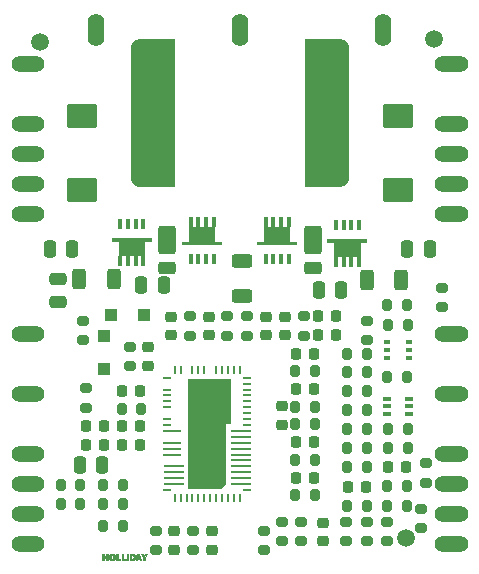
<source format=gts>
%TF.GenerationSoftware,KiCad,Pcbnew,9.0.1*%
%TF.CreationDate,2025-04-05T23:32:22-07:00*%
%TF.ProjectId,LT8491-mezzanine,4c543834-3931-42d6-9d65-7a7a616e696e,1.1*%
%TF.SameCoordinates,Original*%
%TF.FileFunction,Soldermask,Top*%
%TF.FilePolarity,Negative*%
%FSLAX46Y46*%
G04 Gerber Fmt 4.6, Leading zero omitted, Abs format (unit mm)*
G04 Created by KiCad (PCBNEW 9.0.1) date 2025-04-05 23:32:22*
%MOMM*%
%LPD*%
G01*
G04 APERTURE LIST*
G04 Aperture macros list*
%AMRoundRect*
0 Rectangle with rounded corners*
0 $1 Rounding radius*
0 $2 $3 $4 $5 $6 $7 $8 $9 X,Y pos of 4 corners*
0 Add a 4 corners polygon primitive as box body*
4,1,4,$2,$3,$4,$5,$6,$7,$8,$9,$2,$3,0*
0 Add four circle primitives for the rounded corners*
1,1,$1+$1,$2,$3*
1,1,$1+$1,$4,$5*
1,1,$1+$1,$6,$7*
1,1,$1+$1,$8,$9*
0 Add four rect primitives between the rounded corners*
20,1,$1+$1,$2,$3,$4,$5,0*
20,1,$1+$1,$4,$5,$6,$7,0*
20,1,$1+$1,$6,$7,$8,$9,0*
20,1,$1+$1,$8,$9,$2,$3,0*%
%AMFreePoly0*
4,1,19,-1.875000,5.500000,-1.859505,5.651663,-1.804731,5.816964,-1.713312,5.965177,-1.590177,6.088312,-1.441964,6.179731,-1.276663,6.234505,-1.125000,6.250000,1.875000,6.250000,1.875000,-6.250000,-1.125000,-6.250000,-1.276663,-6.234505,-1.441964,-6.179731,-1.590177,-6.088312,-1.713312,-5.965177,-1.804731,-5.816964,-1.859505,-5.651663,-1.875000,-5.500000,-1.875000,5.500000,-1.875000,5.500000,
$1*%
%AMFreePoly1*
4,1,19,-1.875000,6.250000,1.125000,6.250000,1.276663,6.234505,1.441964,6.179731,1.590177,6.088312,1.713312,5.965177,1.804731,5.816964,1.859505,5.651663,1.875000,5.500000,1.875000,-5.500000,1.859505,-5.651663,1.804731,-5.816964,1.713312,-5.965177,1.590177,-6.088312,1.441964,-6.179731,1.276663,-6.234505,1.125000,-6.250000,-1.875000,-6.250000,-1.875000,6.250000,-1.875000,6.250000,
$1*%
%AMFreePoly2*
4,1,8,1.575000,-4.690000,-2.025000,-4.690000,-2.025000,-0.860000,-1.575000,-0.860000,-1.575000,4.340000,-1.225000,4.690000,1.575000,4.690000,1.575000,-4.690000,1.575000,-4.690000,$1*%
G04 Aperture macros list end*
%ADD10C,0.000000*%
%ADD11C,0.010000*%
%ADD12C,1.400000*%
%ADD13R,1.400000X1.400000*%
%ADD14RoundRect,0.200000X-0.200000X-0.275000X0.200000X-0.275000X0.200000X0.275000X-0.200000X0.275000X0*%
%ADD15RoundRect,0.200000X-0.275000X0.200000X-0.275000X-0.200000X0.275000X-0.200000X0.275000X0.200000X0*%
%ADD16RoundRect,0.200000X0.275000X-0.200000X0.275000X0.200000X-0.275000X0.200000X-0.275000X-0.200000X0*%
%ADD17RoundRect,0.250000X0.250000X0.475000X-0.250000X0.475000X-0.250000X-0.475000X0.250000X-0.475000X0*%
%ADD18RoundRect,0.225000X-0.250000X0.225000X-0.250000X-0.225000X0.250000X-0.225000X0.250000X0.225000X0*%
%ADD19RoundRect,0.225000X-0.225000X-0.250000X0.225000X-0.250000X0.225000X0.250000X-0.225000X0.250000X0*%
%ADD20RoundRect,0.250000X0.500000X-0.950000X0.500000X0.950000X-0.500000X0.950000X-0.500000X-0.950000X0*%
%ADD21RoundRect,0.250000X0.500000X-0.275000X0.500000X0.275000X-0.500000X0.275000X-0.500000X-0.275000X0*%
%ADD22C,1.500000*%
%ADD23RoundRect,0.100000X-0.225000X-0.100000X0.225000X-0.100000X0.225000X0.100000X-0.225000X0.100000X0*%
%ADD24RoundRect,0.250000X-0.250000X-0.475000X0.250000X-0.475000X0.250000X0.475000X-0.250000X0.475000X0*%
%ADD25R,0.355600X0.863600*%
%ADD26RoundRect,0.200000X0.200000X0.275000X-0.200000X0.275000X-0.200000X-0.275000X0.200000X-0.275000X0*%
%ADD27RoundRect,0.225000X0.250000X-0.225000X0.250000X0.225000X-0.250000X0.225000X-0.250000X-0.225000X0*%
%ADD28RoundRect,0.225000X0.225000X0.250000X-0.225000X0.250000X-0.225000X-0.250000X0.225000X-0.250000X0*%
%ADD29R,0.600000X0.400000*%
%ADD30FreePoly0,0.000000*%
%ADD31FreePoly1,0.000000*%
%ADD32RoundRect,0.250000X-0.312500X-0.625000X0.312500X-0.625000X0.312500X0.625000X-0.312500X0.625000X0*%
%ADD33R,0.700000X0.250000*%
%ADD34R,1.800000X0.250000*%
%ADD35R,0.250000X0.700000*%
%ADD36R,1.500000X0.250000*%
%ADD37FreePoly2,180.000000*%
%ADD38RoundRect,0.250000X-0.625000X0.312500X-0.625000X-0.312500X0.625000X-0.312500X0.625000X0.312500X0*%
%ADD39RoundRect,0.250000X0.300000X-0.300000X0.300000X0.300000X-0.300000X0.300000X-0.300000X-0.300000X0*%
%ADD40RoundRect,0.250000X0.300000X0.300000X-0.300000X0.300000X-0.300000X-0.300000X0.300000X-0.300000X0*%
%ADD41RoundRect,0.250000X1.025000X-0.787500X1.025000X0.787500X-1.025000X0.787500X-1.025000X-0.787500X0*%
%ADD42RoundRect,0.250000X-0.475000X0.250000X-0.475000X-0.250000X0.475000X-0.250000X0.475000X0.250000X0*%
G04 APERTURE END LIST*
D10*
%TO.C,Q2*%
G36*
X145817590Y-94355792D02*
G01*
X146401790Y-94355792D01*
X146401790Y-94685992D01*
X142998190Y-94685992D01*
X142998190Y-94355792D01*
X143582390Y-94355792D01*
X143582390Y-93158792D01*
X145817590Y-93158792D01*
X145817590Y-94355792D01*
G37*
D11*
%TO.C,Ref\u002A\u002A*%
X138457500Y-121341700D02*
X138330500Y-121341700D01*
X138330500Y-120808300D01*
X138457500Y-120808300D01*
X138457500Y-121341700D01*
G36*
X138457500Y-121341700D02*
G01*
X138330500Y-121341700D01*
X138330500Y-120808300D01*
X138457500Y-120808300D01*
X138457500Y-121341700D01*
G37*
X137568500Y-121227400D02*
X137771700Y-121227400D01*
X137771700Y-121341700D01*
X137428800Y-121341700D01*
X137428800Y-120808300D01*
X137568500Y-120808300D01*
X137568500Y-121227400D01*
G36*
X137568500Y-121227400D02*
G01*
X137771700Y-121227400D01*
X137771700Y-121341700D01*
X137428800Y-121341700D01*
X137428800Y-120808300D01*
X137568500Y-120808300D01*
X137568500Y-121227400D01*
G37*
X138013000Y-121227400D02*
X138216200Y-121227400D01*
X138216200Y-121341700D01*
X137886000Y-121341700D01*
X137886000Y-120808300D01*
X138013000Y-120808300D01*
X138013000Y-121227400D01*
G36*
X138013000Y-121227400D02*
G01*
X138216200Y-121227400D01*
X138216200Y-121341700D01*
X137886000Y-121341700D01*
X137886000Y-120808300D01*
X138013000Y-120808300D01*
X138013000Y-121227400D01*
G37*
X139854500Y-121105480D02*
X139854500Y-121341700D01*
X139727500Y-121341700D01*
X139727500Y-121105480D01*
X139557320Y-120808300D01*
X139708450Y-120808382D01*
X139790505Y-121001340D01*
X139881784Y-120808300D01*
X140027220Y-120808300D01*
X139854500Y-121105480D01*
G36*
X139854500Y-121105480D02*
G01*
X139854500Y-121341700D01*
X139727500Y-121341700D01*
X139727500Y-121105480D01*
X139557320Y-120808300D01*
X139708450Y-120808382D01*
X139790505Y-121001340D01*
X139881784Y-120808300D01*
X140027220Y-120808300D01*
X139854500Y-121105480D01*
G37*
X136387400Y-121011500D02*
X136565200Y-121011500D01*
X136565200Y-120808300D01*
X136692200Y-120808300D01*
X136692200Y-121341700D01*
X136565200Y-121341700D01*
X136565200Y-121125800D01*
X136387400Y-121125800D01*
X136387400Y-121341700D01*
X136260400Y-121341700D01*
X136260400Y-120808300D01*
X136387400Y-120808300D01*
X136387400Y-121011500D01*
G36*
X136387400Y-121011500D02*
G01*
X136565200Y-121011500D01*
X136565200Y-120808300D01*
X136692200Y-120808300D01*
X136692200Y-121341700D01*
X136565200Y-121341700D01*
X136565200Y-121125800D01*
X136387400Y-121125800D01*
X136387400Y-121341700D01*
X136260400Y-121341700D01*
X136260400Y-120808300D01*
X136387400Y-120808300D01*
X136387400Y-121011500D01*
G37*
X139473500Y-121105480D02*
X139549184Y-121341700D01*
X139411297Y-121341700D01*
X139367261Y-121202000D01*
X139234002Y-121202000D01*
X139193390Y-121341700D01*
X139062020Y-121341700D01*
X139130600Y-121105480D01*
X139130712Y-121105113D01*
X139252626Y-121105113D01*
X139349040Y-121104824D01*
X139299942Y-120941650D01*
X139252626Y-121105113D01*
X139130712Y-121105113D01*
X139221261Y-120808300D01*
X139387140Y-120808300D01*
X139473500Y-121105480D01*
G36*
X139473500Y-121105480D02*
G01*
X139549184Y-121341700D01*
X139411297Y-121341700D01*
X139367261Y-121202000D01*
X139234002Y-121202000D01*
X139193390Y-121341700D01*
X139062020Y-121341700D01*
X139130600Y-121105480D01*
X139130712Y-121105113D01*
X139252626Y-121105113D01*
X139349040Y-121104824D01*
X139299942Y-120941650D01*
X139252626Y-121105113D01*
X139130712Y-121105113D01*
X139221261Y-120808300D01*
X139387140Y-120808300D01*
X139473500Y-121105480D01*
G37*
X138731829Y-120808473D02*
X138832441Y-120815466D01*
X138912672Y-120837214D01*
X138973224Y-120874306D01*
X139014800Y-120927334D01*
X139038103Y-120996889D01*
X139044063Y-121070859D01*
X139035407Y-121151867D01*
X139009285Y-121217090D01*
X138963907Y-121270731D01*
X138955961Y-121277518D01*
X138911505Y-121306592D01*
X138857855Y-121326186D01*
X138790101Y-121337472D01*
X138703332Y-121341620D01*
X138686826Y-121341700D01*
X138571800Y-121341700D01*
X138571807Y-121240100D01*
X138711500Y-121240100D01*
X138752775Y-121240052D01*
X138792559Y-121233145D01*
X138832599Y-121216472D01*
X138834514Y-121215332D01*
X138869803Y-121188549D01*
X138891511Y-121155799D01*
X138905198Y-121108115D01*
X138907037Y-121098379D01*
X138906932Y-121035844D01*
X138885457Y-120981575D01*
X138846169Y-120939863D01*
X138792623Y-120914998D01*
X138750855Y-120909899D01*
X138711500Y-120909900D01*
X138711500Y-121240100D01*
X138571807Y-121240100D01*
X138571828Y-120909900D01*
X138571800Y-120909900D01*
X138571800Y-120808300D01*
X138646493Y-120808313D01*
X138688778Y-120808159D01*
X138731829Y-120808473D01*
G36*
X138731829Y-120808473D02*
G01*
X138832441Y-120815466D01*
X138912672Y-120837214D01*
X138973224Y-120874306D01*
X139014800Y-120927334D01*
X139038103Y-120996889D01*
X139044063Y-121070859D01*
X139035407Y-121151867D01*
X139009285Y-121217090D01*
X138963907Y-121270731D01*
X138955961Y-121277518D01*
X138911505Y-121306592D01*
X138857855Y-121326186D01*
X138790101Y-121337472D01*
X138703332Y-121341620D01*
X138686826Y-121341700D01*
X138571800Y-121341700D01*
X138571807Y-121240100D01*
X138711500Y-121240100D01*
X138752775Y-121240052D01*
X138792559Y-121233145D01*
X138832599Y-121216472D01*
X138834514Y-121215332D01*
X138869803Y-121188549D01*
X138891511Y-121155799D01*
X138905198Y-121108115D01*
X138907037Y-121098379D01*
X138906932Y-121035844D01*
X138885457Y-120981575D01*
X138846169Y-120939863D01*
X138792623Y-120914998D01*
X138750855Y-120909899D01*
X138711500Y-120909900D01*
X138711500Y-121240100D01*
X138571807Y-121240100D01*
X138571828Y-120909900D01*
X138571800Y-120909900D01*
X138571800Y-120808300D01*
X138646493Y-120808313D01*
X138688778Y-120808159D01*
X138731829Y-120808473D01*
G37*
X137141259Y-120813757D02*
X137194265Y-120832426D01*
X137241054Y-120867747D01*
X137253367Y-120880191D01*
X137284371Y-120919896D01*
X137303353Y-120964038D01*
X137312591Y-121019926D01*
X137314500Y-121076332D01*
X137307052Y-121159005D01*
X137283439Y-121225031D01*
X137241756Y-121278784D01*
X137217181Y-121299689D01*
X137188497Y-121318886D01*
X137159272Y-121330299D01*
X137120797Y-121336322D01*
X137074189Y-121338997D01*
X137020112Y-121339715D01*
X136982198Y-121335871D01*
X136951384Y-121325875D01*
X136927186Y-121313213D01*
X136874440Y-121268831D01*
X136836660Y-121208887D01*
X136814534Y-121138823D01*
X136811768Y-121103066D01*
X136947671Y-121103066D01*
X136960028Y-121155966D01*
X136987241Y-121201140D01*
X136992690Y-121206926D01*
X137035195Y-121234445D01*
X137080984Y-121237209D01*
X137126993Y-121215059D01*
X137128331Y-121214019D01*
X137160628Y-121175479D01*
X137178182Y-121126454D01*
X137182133Y-121072327D01*
X137173624Y-121018478D01*
X137153795Y-120970291D01*
X137123787Y-120933148D01*
X137084742Y-120912432D01*
X137063852Y-120909899D01*
X137021158Y-120921192D01*
X136986912Y-120951504D01*
X136962394Y-120995486D01*
X136948886Y-121047790D01*
X136947671Y-121103066D01*
X136811768Y-121103066D01*
X136808751Y-121064084D01*
X136819999Y-120990116D01*
X136848967Y-120922361D01*
X136873510Y-120888791D01*
X136920931Y-120845641D01*
X136974985Y-120820004D01*
X137042503Y-120809132D01*
X137073422Y-120808300D01*
X137141259Y-120813757D01*
G36*
X137141259Y-120813757D02*
G01*
X137194265Y-120832426D01*
X137241054Y-120867747D01*
X137253367Y-120880191D01*
X137284371Y-120919896D01*
X137303353Y-120964038D01*
X137312591Y-121019926D01*
X137314500Y-121076332D01*
X137307052Y-121159005D01*
X137283439Y-121225031D01*
X137241756Y-121278784D01*
X137217181Y-121299689D01*
X137188497Y-121318886D01*
X137159272Y-121330299D01*
X137120797Y-121336322D01*
X137074189Y-121338997D01*
X137020112Y-121339715D01*
X136982198Y-121335871D01*
X136951384Y-121325875D01*
X136927186Y-121313213D01*
X136874440Y-121268831D01*
X136836660Y-121208887D01*
X136814534Y-121138823D01*
X136811768Y-121103066D01*
X136947671Y-121103066D01*
X136960028Y-121155966D01*
X136987241Y-121201140D01*
X136992690Y-121206926D01*
X137035195Y-121234445D01*
X137080984Y-121237209D01*
X137126993Y-121215059D01*
X137128331Y-121214019D01*
X137160628Y-121175479D01*
X137178182Y-121126454D01*
X137182133Y-121072327D01*
X137173624Y-121018478D01*
X137153795Y-120970291D01*
X137123787Y-120933148D01*
X137084742Y-120912432D01*
X137063852Y-120909899D01*
X137021158Y-120921192D01*
X136986912Y-120951504D01*
X136962394Y-120995486D01*
X136948886Y-121047790D01*
X136947671Y-121103066D01*
X136811768Y-121103066D01*
X136808751Y-121064084D01*
X136819999Y-120990116D01*
X136848967Y-120922361D01*
X136873510Y-120888791D01*
X136920931Y-120845641D01*
X136974985Y-120820004D01*
X137042503Y-120809132D01*
X137073422Y-120808300D01*
X137141259Y-120813757D01*
G37*
D10*
%TO.C,Q1*%
G36*
X140451789Y-94394199D02*
G01*
X139867589Y-94394199D01*
X139867589Y-95591199D01*
X137632389Y-95591199D01*
X137632389Y-94394199D01*
X137048189Y-94394199D01*
X137048189Y-94063999D01*
X140451789Y-94063999D01*
X140451789Y-94394199D01*
G37*
%TO.C,Q3*%
G36*
X152169597Y-94355792D02*
G01*
X152753797Y-94355792D01*
X152753797Y-94685992D01*
X149350197Y-94685992D01*
X149350197Y-94355792D01*
X149934397Y-94355792D01*
X149934397Y-93158792D01*
X152169597Y-93158792D01*
X152169597Y-94355792D01*
G37*
%TO.C,Q4*%
G36*
X158695796Y-94484191D02*
G01*
X158111596Y-94484191D01*
X158111596Y-95681191D01*
X155876396Y-95681191D01*
X155876396Y-94484191D01*
X155292196Y-94484191D01*
X155292196Y-94153991D01*
X158695796Y-94153991D01*
X158695796Y-94484191D01*
G37*
%TD*%
D12*
%TO.C,J2*%
X129250000Y-86910000D03*
D13*
X129950000Y-86910000D03*
D12*
X130650000Y-86910000D03*
%TD*%
D14*
%TO.C,R53*%
X156975000Y-108641424D03*
X158625000Y-108641424D03*
%TD*%
D15*
%TO.C,R31*%
X149900000Y-118841424D03*
X149900000Y-120491424D03*
%TD*%
D16*
%TO.C,R6*%
X163650000Y-114775000D03*
X163650000Y-113125000D03*
%TD*%
D17*
%TO.C,C18*%
X133700000Y-95000000D03*
X131800000Y-95000000D03*
%TD*%
%TO.C,C36*%
X156450000Y-98500000D03*
X154550000Y-98500000D03*
%TD*%
D18*
%TO.C,C38*%
X142350000Y-118891424D03*
X142350000Y-120441424D03*
%TD*%
D19*
%TO.C,C27*%
X154500000Y-100700000D03*
X156050000Y-100700000D03*
%TD*%
D14*
%TO.C,R52*%
X156975000Y-107041424D03*
X158625000Y-107041424D03*
%TD*%
D19*
%TO.C,C26*%
X137925000Y-111600000D03*
X139475000Y-111600000D03*
%TD*%
D20*
%TO.C,D1*%
X141750009Y-94250000D03*
D21*
X141750009Y-96625000D03*
%TD*%
D16*
%TO.C,R29*%
X156837047Y-119750000D03*
X156837047Y-118100000D03*
%TD*%
D22*
%TO.C,REF\u002A\u002A*%
X161925000Y-119450000D03*
%TD*%
D12*
%TO.C,J12*%
X165099997Y-79290012D03*
D13*
X165799997Y-79290012D03*
D12*
X166499997Y-79290012D03*
%TD*%
D14*
%TO.C,R26*%
X152575000Y-105341424D03*
X154225000Y-105341424D03*
%TD*%
D12*
%TO.C,J10*%
X165100000Y-114850000D03*
D13*
X165800000Y-114850000D03*
D12*
X166500000Y-114850000D03*
%TD*%
D14*
%TO.C,R37*%
X152575000Y-109841424D03*
X154225000Y-109841424D03*
%TD*%
D15*
%TO.C,R7*%
X134600000Y-101075000D03*
X134600000Y-102725000D03*
%TD*%
D23*
%TO.C,Q6*%
X160325000Y-107650000D03*
X160325000Y-108300000D03*
X160325000Y-108950000D03*
X162225000Y-108950000D03*
X162225000Y-108300000D03*
X162225000Y-107650000D03*
%TD*%
D24*
%TO.C,C25*%
X139550000Y-98000000D03*
X141450000Y-98000000D03*
%TD*%
D25*
%TO.C,Q2*%
X143724991Y-95872988D03*
X144374989Y-95872988D03*
X145024991Y-95872988D03*
X145674989Y-95872988D03*
X145674989Y-92726990D03*
X145024991Y-92726990D03*
X144374989Y-92726990D03*
X143724991Y-92726990D03*
%TD*%
D12*
%TO.C,J3*%
X129250000Y-89450000D03*
D13*
X129950000Y-89450000D03*
D12*
X130650000Y-89450000D03*
%TD*%
D16*
%TO.C,R3*%
X160375000Y-119750000D03*
X160375000Y-118100000D03*
%TD*%
D26*
%TO.C,R54*%
X162100000Y-111841424D03*
X160450000Y-111841424D03*
%TD*%
D16*
%TO.C,R44*%
X158620000Y-102695000D03*
X158620000Y-101045000D03*
%TD*%
D12*
%TO.C,J1*%
X129250000Y-84370000D03*
D13*
X129950000Y-84370000D03*
D12*
X130650000Y-84370000D03*
%TD*%
D15*
%TO.C,R33*%
X153300000Y-100675000D03*
X153300000Y-102325000D03*
%TD*%
D12*
%TO.C,J7*%
X165100000Y-89450000D03*
D13*
X165800000Y-89450000D03*
D12*
X166500000Y-89450000D03*
%TD*%
D27*
%TO.C,C39*%
X145550000Y-120441424D03*
X145550000Y-118891424D03*
%TD*%
D26*
%TO.C,R57*%
X162025000Y-105800000D03*
X160375000Y-105800000D03*
%TD*%
D28*
%TO.C,C19*%
X158575000Y-115141424D03*
X157025000Y-115141424D03*
%TD*%
D15*
%TO.C,R42*%
X140800000Y-118841424D03*
X140800000Y-120491424D03*
%TD*%
D18*
%TO.C,C29*%
X140100000Y-103325000D03*
X140100000Y-104875000D03*
%TD*%
D14*
%TO.C,R22*%
X152575000Y-112841424D03*
X154225000Y-112841424D03*
%TD*%
D26*
%TO.C,R23*%
X158625000Y-111841424D03*
X156975000Y-111841424D03*
%TD*%
%TO.C,R50*%
X162025000Y-99700000D03*
X160375000Y-99700000D03*
%TD*%
D16*
%TO.C,R4*%
X158625000Y-119750000D03*
X158625000Y-118100000D03*
%TD*%
D28*
%TO.C,C35*%
X139475000Y-110000000D03*
X137925000Y-110000000D03*
%TD*%
D26*
%TO.C,R36*%
X154225000Y-108341424D03*
X152575000Y-108341424D03*
%TD*%
D22*
%TO.C,REF\u002A\u002A*%
X164300000Y-77200000D03*
%TD*%
D14*
%TO.C,R40*%
X156975000Y-110241424D03*
X158625000Y-110241424D03*
%TD*%
D28*
%TO.C,C21*%
X154175000Y-114341424D03*
X152625000Y-114341424D03*
%TD*%
%TO.C,C20*%
X136375000Y-111575000D03*
X134825000Y-111575000D03*
%TD*%
%TO.C,C1*%
X161975000Y-113441424D03*
X160425000Y-113441424D03*
%TD*%
D27*
%TO.C,C30*%
X150100000Y-102275000D03*
X150100000Y-100725000D03*
%TD*%
D29*
%TO.C,Q5*%
X162224989Y-104183575D03*
X162224989Y-103533575D03*
X162224989Y-102883575D03*
X160324989Y-102883575D03*
X160324989Y-103533575D03*
X160324989Y-104183575D03*
%TD*%
D30*
%TO.C,L3*%
X140499990Y-83500011D03*
D31*
X155249990Y-83500011D03*
%TD*%
D12*
%TO.C,J9*%
X129250000Y-117390000D03*
D13*
X129950000Y-117390000D03*
D12*
X130650000Y-117390000D03*
%TD*%
D28*
%TO.C,C32*%
X154175000Y-111341424D03*
X152625000Y-111341424D03*
%TD*%
D26*
%TO.C,R28*%
X158625000Y-116741424D03*
X156975000Y-116741424D03*
%TD*%
D20*
%TO.C,D2*%
X154050000Y-94250000D03*
D21*
X154050000Y-96625000D03*
%TD*%
D12*
%TO.C,J24*%
X129250000Y-114850000D03*
D13*
X129950000Y-114850000D03*
D12*
X130650000Y-114850000D03*
%TD*%
%TO.C,J14*%
X129250000Y-107230000D03*
D13*
X129950000Y-107230000D03*
D12*
X130650000Y-107230000D03*
%TD*%
D22*
%TO.C,REF\u002A\u002A*%
X131000000Y-77500000D03*
%TD*%
D12*
%TO.C,J19*%
X135750000Y-77150000D03*
D13*
X135750000Y-76450000D03*
D12*
X135750000Y-75750000D03*
%TD*%
%TO.C,J4*%
X129250000Y-91990000D03*
D13*
X129950000Y-91990000D03*
D12*
X130650000Y-91990000D03*
%TD*%
D18*
%TO.C,C24*%
X145300000Y-100725000D03*
X145300000Y-102275000D03*
%TD*%
D32*
%TO.C,R46*%
X158637500Y-97571064D03*
X161562500Y-97571064D03*
%TD*%
D33*
%TO.C,U4*%
X148524551Y-115391435D03*
D34*
X147974551Y-114891435D03*
X147974551Y-114391435D03*
X147974551Y-113891435D03*
X147974551Y-113391435D03*
X147974551Y-112891435D03*
X147974551Y-112391435D03*
X147974551Y-111891435D03*
X147974551Y-111391435D03*
X147974551Y-110891435D03*
X147974551Y-110391435D03*
D33*
X148524551Y-109891435D03*
X148524551Y-109391435D03*
X148524551Y-108891435D03*
X148524551Y-108391435D03*
X148524551Y-107891435D03*
X148524551Y-107391435D03*
X148524551Y-106891435D03*
X148524551Y-106391435D03*
X148524551Y-105891435D03*
D35*
X147874551Y-105241435D03*
X147374551Y-105241435D03*
X146874551Y-105241435D03*
X146374551Y-105241435D03*
X145874551Y-105241435D03*
X144874551Y-105241435D03*
X144374551Y-105241435D03*
X143874551Y-105241435D03*
X142874551Y-105241435D03*
X142374551Y-105241435D03*
D33*
X141724551Y-105891435D03*
X141724551Y-106891435D03*
X141724551Y-107391435D03*
X141724551Y-107891435D03*
X141724551Y-108391435D03*
X141724551Y-109391435D03*
X141724551Y-109891435D03*
D36*
X142124551Y-110391435D03*
X142124551Y-111391435D03*
X142124551Y-111891435D03*
X142124551Y-112391435D03*
D34*
X142274551Y-113391435D03*
X142274551Y-113891435D03*
X142274551Y-114391435D03*
X142274551Y-114891435D03*
D33*
X141724551Y-115391435D03*
D35*
X142374551Y-116041435D03*
X142874551Y-116041435D03*
X143374551Y-116041435D03*
X143874551Y-116041435D03*
X144374551Y-116041435D03*
X144874551Y-116041435D03*
X145374551Y-116041435D03*
X145874551Y-116041435D03*
X146374551Y-116041435D03*
X146874551Y-116041435D03*
X147374551Y-116041435D03*
X147874551Y-116041435D03*
D37*
X145124551Y-110641435D03*
%TD*%
D38*
%TO.C,R38*%
X148100000Y-96037500D03*
X148100000Y-98962500D03*
%TD*%
D39*
%TO.C,D12*%
X136360000Y-105130000D03*
X136360000Y-102330000D03*
%TD*%
D16*
%TO.C,R2*%
X165000000Y-99925000D03*
X165000000Y-98275000D03*
%TD*%
D12*
%TO.C,J11*%
X129250000Y-79290000D03*
D13*
X129950000Y-79290000D03*
D12*
X130650000Y-79290000D03*
%TD*%
D40*
%TO.C,D13*%
X139740000Y-100580000D03*
X136940000Y-100580000D03*
%TD*%
D12*
%TO.C,J8*%
X165100000Y-91990000D03*
D13*
X165800000Y-91990000D03*
D12*
X166500000Y-91990000D03*
%TD*%
D41*
%TO.C,C16*%
X134500000Y-89962500D03*
X134500000Y-83737500D03*
%TD*%
D12*
%TO.C,J16*%
X165100000Y-102150000D03*
D13*
X165800000Y-102150000D03*
D12*
X166500000Y-102150000D03*
%TD*%
D42*
%TO.C,C22*%
X132500000Y-97550000D03*
X132500000Y-99450000D03*
%TD*%
D18*
%TO.C,C40*%
X154937047Y-118150000D03*
X154937047Y-119700000D03*
%TD*%
D14*
%TO.C,R24*%
X156975000Y-113441424D03*
X158625000Y-113441424D03*
%TD*%
D26*
%TO.C,R47*%
X162025000Y-115041424D03*
X160375000Y-115041424D03*
%TD*%
%TO.C,R21*%
X134375000Y-115000000D03*
X132725000Y-115000000D03*
%TD*%
D12*
%TO.C,J13*%
X129250000Y-102150000D03*
D13*
X129950000Y-102150000D03*
D12*
X130650000Y-102150000D03*
%TD*%
D25*
%TO.C,Q1*%
X139724988Y-92877003D03*
X139074990Y-92877003D03*
X138424988Y-92877003D03*
X137774990Y-92877003D03*
X137774990Y-96023001D03*
X138424988Y-96023001D03*
X139074990Y-96023001D03*
X139724988Y-96023001D03*
%TD*%
D16*
%TO.C,R43*%
X151500000Y-119750000D03*
X151500000Y-118100000D03*
%TD*%
D19*
%TO.C,C31*%
X152625000Y-106841424D03*
X154175000Y-106841424D03*
%TD*%
D28*
%TO.C,C28*%
X156050000Y-102300000D03*
X154500000Y-102300000D03*
%TD*%
D15*
%TO.C,R1*%
X134825000Y-106795000D03*
X134825000Y-108445000D03*
%TD*%
%TO.C,R49*%
X153100000Y-118100000D03*
X153100000Y-119750000D03*
%TD*%
D32*
%TO.C,R27*%
X134287500Y-97500000D03*
X137212500Y-97500000D03*
%TD*%
D25*
%TO.C,Q3*%
X150076998Y-95872988D03*
X150726996Y-95872988D03*
X151376998Y-95872988D03*
X152026996Y-95872988D03*
X152026996Y-92726990D03*
X151376998Y-92726990D03*
X150726996Y-92726990D03*
X150076998Y-92726990D03*
%TD*%
D14*
%TO.C,R48*%
X137875000Y-108500000D03*
X139525000Y-108500000D03*
%TD*%
D15*
%TO.C,R41*%
X143950000Y-118841424D03*
X143950000Y-120491424D03*
%TD*%
D12*
%TO.C,J6*%
X165100000Y-86910000D03*
D13*
X165800000Y-86910000D03*
D12*
X166500000Y-86910000D03*
%TD*%
D26*
%TO.C,R58*%
X158625000Y-103841424D03*
X156975000Y-103841424D03*
%TD*%
D28*
%TO.C,C37*%
X136375000Y-110000000D03*
X134825000Y-110000000D03*
%TD*%
D16*
%TO.C,R5*%
X163195000Y-118617500D03*
X163195000Y-116967500D03*
%TD*%
D14*
%TO.C,R45*%
X160375000Y-116741424D03*
X162025000Y-116741424D03*
%TD*%
D16*
%TO.C,R32*%
X138600000Y-104925000D03*
X138600000Y-103275000D03*
%TD*%
D41*
%TO.C,C42*%
X161250000Y-89962500D03*
X161250000Y-83737500D03*
%TD*%
D12*
%TO.C,J20*%
X147875000Y-77150000D03*
D13*
X147875000Y-76450000D03*
D12*
X147875000Y-75750000D03*
%TD*%
D26*
%TO.C,R55*%
X162100000Y-101425000D03*
X160450000Y-101425000D03*
%TD*%
%TO.C,R17*%
X137958576Y-116600000D03*
X136308576Y-116600000D03*
%TD*%
D24*
%TO.C,C41*%
X162050000Y-95000000D03*
X163950000Y-95000000D03*
%TD*%
D19*
%TO.C,C23*%
X152625000Y-103900000D03*
X154175000Y-103900000D03*
%TD*%
D25*
%TO.C,Q4*%
X157968995Y-92966995D03*
X157318997Y-92966995D03*
X156668995Y-92966995D03*
X156018997Y-92966995D03*
X156018997Y-96112993D03*
X156668995Y-96112993D03*
X157318997Y-96112993D03*
X157968995Y-96112993D03*
%TD*%
D17*
%TO.C,C17*%
X136250000Y-113300000D03*
X134350000Y-113300000D03*
%TD*%
D12*
%TO.C,J5*%
X165099997Y-84370012D03*
D13*
X165799997Y-84370012D03*
D12*
X166499997Y-84370012D03*
%TD*%
D15*
%TO.C,R39*%
X143700000Y-100675000D03*
X143700000Y-102325000D03*
%TD*%
D26*
%TO.C,R18*%
X134358576Y-116600000D03*
X132708576Y-116600000D03*
%TD*%
D12*
%TO.C,J23*%
X165100000Y-117390000D03*
D13*
X165800000Y-117390000D03*
D12*
X166500000Y-117390000D03*
%TD*%
D27*
%TO.C,C33*%
X142050000Y-102275000D03*
X142050000Y-100725000D03*
%TD*%
D16*
%TO.C,R19*%
X146800000Y-102325000D03*
X146800000Y-100675000D03*
%TD*%
D15*
%TO.C,R34*%
X148500000Y-100675000D03*
X148500000Y-102325000D03*
%TD*%
D12*
%TO.C,J25*%
X129250000Y-119930000D03*
D13*
X129950000Y-119930000D03*
D12*
X130650000Y-119930000D03*
%TD*%
%TO.C,J15*%
X129250000Y-112310000D03*
D13*
X129950000Y-112310000D03*
D12*
X130650000Y-112310000D03*
%TD*%
%TO.C,J22*%
X165100000Y-119930000D03*
D13*
X165800000Y-119930000D03*
D12*
X166500000Y-119930000D03*
%TD*%
D26*
%TO.C,R20*%
X137975000Y-115000000D03*
X136325000Y-115000000D03*
%TD*%
%TO.C,R51*%
X158625000Y-105441424D03*
X156975000Y-105441424D03*
%TD*%
D14*
%TO.C,R30*%
X152575000Y-115841424D03*
X154225000Y-115841424D03*
%TD*%
%TO.C,R56*%
X160450000Y-110241424D03*
X162100000Y-110241424D03*
%TD*%
D26*
%TO.C,R25*%
X137958576Y-118430000D03*
X136308576Y-118430000D03*
%TD*%
D12*
%TO.C,J21*%
X160000000Y-77150000D03*
D13*
X160000000Y-76450000D03*
D12*
X160000000Y-75750000D03*
%TD*%
D27*
%TO.C,C15*%
X151700000Y-102275000D03*
X151700000Y-100725000D03*
%TD*%
D12*
%TO.C,J17*%
X165100000Y-107230000D03*
D13*
X165800000Y-107230000D03*
D12*
X166500000Y-107230000D03*
%TD*%
D28*
%TO.C,C34*%
X139475000Y-107000000D03*
X137925000Y-107000000D03*
%TD*%
D18*
%TO.C,C43*%
X151500000Y-108316424D03*
X151500000Y-109866424D03*
%TD*%
D12*
%TO.C,J18*%
X165100000Y-112310000D03*
D13*
X165800000Y-112310000D03*
D12*
X166500000Y-112310000D03*
%TD*%
M02*

</source>
